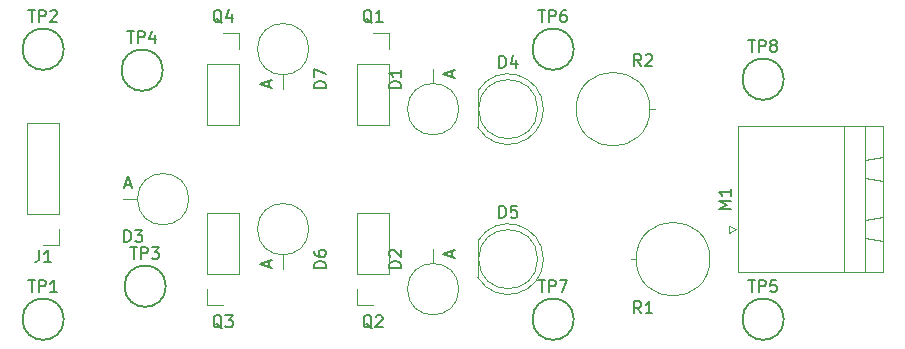
<source format=gbr>
%TF.GenerationSoftware,KiCad,Pcbnew,6.0.2+dfsg-1*%
%TF.CreationDate,2023-04-12T19:32:32+02:00*%
%TF.ProjectId,schema_H-brug,73636865-6d61-45f4-982d-627275672e6b,V1*%
%TF.SameCoordinates,Original*%
%TF.FileFunction,Legend,Top*%
%TF.FilePolarity,Positive*%
%FSLAX46Y46*%
G04 Gerber Fmt 4.6, Leading zero omitted, Abs format (unit mm)*
G04 Created by KiCad (PCBNEW 6.0.2+dfsg-1) date 2023-04-12 19:32:32*
%MOMM*%
%LPD*%
G01*
G04 APERTURE LIST*
%ADD10C,0.150000*%
%ADD11C,0.120000*%
G04 APERTURE END LIST*
D10*
%TO.C,TP3*%
X124214095Y-95508380D02*
X124785523Y-95508380D01*
X124499809Y-96508380D02*
X124499809Y-95508380D01*
X125118857Y-96508380D02*
X125118857Y-95508380D01*
X125499809Y-95508380D01*
X125595047Y-95556000D01*
X125642666Y-95603619D01*
X125690285Y-95698857D01*
X125690285Y-95841714D01*
X125642666Y-95936952D01*
X125595047Y-95984571D01*
X125499809Y-96032190D01*
X125118857Y-96032190D01*
X126023619Y-95508380D02*
X126642666Y-95508380D01*
X126309333Y-95889333D01*
X126452190Y-95889333D01*
X126547428Y-95936952D01*
X126595047Y-95984571D01*
X126642666Y-96079809D01*
X126642666Y-96317904D01*
X126595047Y-96413142D01*
X126547428Y-96460761D01*
X126452190Y-96508380D01*
X126166476Y-96508380D01*
X126071238Y-96460761D01*
X126023619Y-96413142D01*
%TO.C,TP8*%
X176538095Y-77982380D02*
X177109523Y-77982380D01*
X176823809Y-78982380D02*
X176823809Y-77982380D01*
X177442857Y-78982380D02*
X177442857Y-77982380D01*
X177823809Y-77982380D01*
X177919047Y-78030000D01*
X177966666Y-78077619D01*
X178014285Y-78172857D01*
X178014285Y-78315714D01*
X177966666Y-78410952D01*
X177919047Y-78458571D01*
X177823809Y-78506190D01*
X177442857Y-78506190D01*
X178585714Y-78410952D02*
X178490476Y-78363333D01*
X178442857Y-78315714D01*
X178395238Y-78220476D01*
X178395238Y-78172857D01*
X178442857Y-78077619D01*
X178490476Y-78030000D01*
X178585714Y-77982380D01*
X178776190Y-77982380D01*
X178871428Y-78030000D01*
X178919047Y-78077619D01*
X178966666Y-78172857D01*
X178966666Y-78220476D01*
X178919047Y-78315714D01*
X178871428Y-78363333D01*
X178776190Y-78410952D01*
X178585714Y-78410952D01*
X178490476Y-78458571D01*
X178442857Y-78506190D01*
X178395238Y-78601428D01*
X178395238Y-78791904D01*
X178442857Y-78887142D01*
X178490476Y-78934761D01*
X178585714Y-78982380D01*
X178776190Y-78982380D01*
X178871428Y-78934761D01*
X178919047Y-78887142D01*
X178966666Y-78791904D01*
X178966666Y-78601428D01*
X178919047Y-78506190D01*
X178871428Y-78458571D01*
X178776190Y-78410952D01*
%TO.C,TP7*%
X158758095Y-98302380D02*
X159329523Y-98302380D01*
X159043809Y-99302380D02*
X159043809Y-98302380D01*
X159662857Y-99302380D02*
X159662857Y-98302380D01*
X160043809Y-98302380D01*
X160139047Y-98350000D01*
X160186666Y-98397619D01*
X160234285Y-98492857D01*
X160234285Y-98635714D01*
X160186666Y-98730952D01*
X160139047Y-98778571D01*
X160043809Y-98826190D01*
X159662857Y-98826190D01*
X160567619Y-98302380D02*
X161234285Y-98302380D01*
X160805714Y-99302380D01*
%TO.C,TP6*%
X158758095Y-75442380D02*
X159329523Y-75442380D01*
X159043809Y-76442380D02*
X159043809Y-75442380D01*
X159662857Y-76442380D02*
X159662857Y-75442380D01*
X160043809Y-75442380D01*
X160139047Y-75490000D01*
X160186666Y-75537619D01*
X160234285Y-75632857D01*
X160234285Y-75775714D01*
X160186666Y-75870952D01*
X160139047Y-75918571D01*
X160043809Y-75966190D01*
X159662857Y-75966190D01*
X161091428Y-75442380D02*
X160900952Y-75442380D01*
X160805714Y-75490000D01*
X160758095Y-75537619D01*
X160662857Y-75680476D01*
X160615238Y-75870952D01*
X160615238Y-76251904D01*
X160662857Y-76347142D01*
X160710476Y-76394761D01*
X160805714Y-76442380D01*
X160996190Y-76442380D01*
X161091428Y-76394761D01*
X161139047Y-76347142D01*
X161186666Y-76251904D01*
X161186666Y-76013809D01*
X161139047Y-75918571D01*
X161091428Y-75870952D01*
X160996190Y-75823333D01*
X160805714Y-75823333D01*
X160710476Y-75870952D01*
X160662857Y-75918571D01*
X160615238Y-76013809D01*
%TO.C,TP5*%
X176538095Y-98302380D02*
X177109523Y-98302380D01*
X176823809Y-99302380D02*
X176823809Y-98302380D01*
X177442857Y-99302380D02*
X177442857Y-98302380D01*
X177823809Y-98302380D01*
X177919047Y-98350000D01*
X177966666Y-98397619D01*
X178014285Y-98492857D01*
X178014285Y-98635714D01*
X177966666Y-98730952D01*
X177919047Y-98778571D01*
X177823809Y-98826190D01*
X177442857Y-98826190D01*
X178919047Y-98302380D02*
X178442857Y-98302380D01*
X178395238Y-98778571D01*
X178442857Y-98730952D01*
X178538095Y-98683333D01*
X178776190Y-98683333D01*
X178871428Y-98730952D01*
X178919047Y-98778571D01*
X178966666Y-98873809D01*
X178966666Y-99111904D01*
X178919047Y-99207142D01*
X178871428Y-99254761D01*
X178776190Y-99302380D01*
X178538095Y-99302380D01*
X178442857Y-99254761D01*
X178395238Y-99207142D01*
%TO.C,TP4*%
X123960095Y-77220380D02*
X124531523Y-77220380D01*
X124245809Y-78220380D02*
X124245809Y-77220380D01*
X124864857Y-78220380D02*
X124864857Y-77220380D01*
X125245809Y-77220380D01*
X125341047Y-77268000D01*
X125388666Y-77315619D01*
X125436285Y-77410857D01*
X125436285Y-77553714D01*
X125388666Y-77648952D01*
X125341047Y-77696571D01*
X125245809Y-77744190D01*
X124864857Y-77744190D01*
X126293428Y-77553714D02*
X126293428Y-78220380D01*
X126055333Y-77172761D02*
X125817238Y-77887047D01*
X126436285Y-77887047D01*
%TO.C,TP2*%
X115578095Y-75442380D02*
X116149523Y-75442380D01*
X115863809Y-76442380D02*
X115863809Y-75442380D01*
X116482857Y-76442380D02*
X116482857Y-75442380D01*
X116863809Y-75442380D01*
X116959047Y-75490000D01*
X117006666Y-75537619D01*
X117054285Y-75632857D01*
X117054285Y-75775714D01*
X117006666Y-75870952D01*
X116959047Y-75918571D01*
X116863809Y-75966190D01*
X116482857Y-75966190D01*
X117435238Y-75537619D02*
X117482857Y-75490000D01*
X117578095Y-75442380D01*
X117816190Y-75442380D01*
X117911428Y-75490000D01*
X117959047Y-75537619D01*
X118006666Y-75632857D01*
X118006666Y-75728095D01*
X117959047Y-75870952D01*
X117387619Y-76442380D01*
X118006666Y-76442380D01*
%TO.C,TP1*%
X115578095Y-98302380D02*
X116149523Y-98302380D01*
X115863809Y-99302380D02*
X115863809Y-98302380D01*
X116482857Y-99302380D02*
X116482857Y-98302380D01*
X116863809Y-98302380D01*
X116959047Y-98350000D01*
X117006666Y-98397619D01*
X117054285Y-98492857D01*
X117054285Y-98635714D01*
X117006666Y-98730952D01*
X116959047Y-98778571D01*
X116863809Y-98826190D01*
X116482857Y-98826190D01*
X118006666Y-99302380D02*
X117435238Y-99302380D01*
X117720952Y-99302380D02*
X117720952Y-98302380D01*
X117625714Y-98445238D01*
X117530476Y-98540476D01*
X117435238Y-98588095D01*
%TO.C,R2*%
X167473333Y-80152380D02*
X167140000Y-79676190D01*
X166901904Y-80152380D02*
X166901904Y-79152380D01*
X167282857Y-79152380D01*
X167378095Y-79200000D01*
X167425714Y-79247619D01*
X167473333Y-79342857D01*
X167473333Y-79485714D01*
X167425714Y-79580952D01*
X167378095Y-79628571D01*
X167282857Y-79676190D01*
X166901904Y-79676190D01*
X167854285Y-79247619D02*
X167901904Y-79200000D01*
X167997142Y-79152380D01*
X168235238Y-79152380D01*
X168330476Y-79200000D01*
X168378095Y-79247619D01*
X168425714Y-79342857D01*
X168425714Y-79438095D01*
X168378095Y-79580952D01*
X167806666Y-80152380D01*
X168425714Y-80152380D01*
%TO.C,R1*%
X167473333Y-101092380D02*
X167140000Y-100616190D01*
X166901904Y-101092380D02*
X166901904Y-100092380D01*
X167282857Y-100092380D01*
X167378095Y-100140000D01*
X167425714Y-100187619D01*
X167473333Y-100282857D01*
X167473333Y-100425714D01*
X167425714Y-100520952D01*
X167378095Y-100568571D01*
X167282857Y-100616190D01*
X166901904Y-100616190D01*
X168425714Y-101092380D02*
X167854285Y-101092380D01*
X168140000Y-101092380D02*
X168140000Y-100092380D01*
X168044761Y-100235238D01*
X167949523Y-100330476D01*
X167854285Y-100378095D01*
%TO.C,Q4*%
X131984761Y-76517619D02*
X131889523Y-76470000D01*
X131794285Y-76374761D01*
X131651428Y-76231904D01*
X131556190Y-76184285D01*
X131460952Y-76184285D01*
X131508571Y-76422380D02*
X131413333Y-76374761D01*
X131318095Y-76279523D01*
X131270476Y-76089047D01*
X131270476Y-75755714D01*
X131318095Y-75565238D01*
X131413333Y-75470000D01*
X131508571Y-75422380D01*
X131699047Y-75422380D01*
X131794285Y-75470000D01*
X131889523Y-75565238D01*
X131937142Y-75755714D01*
X131937142Y-76089047D01*
X131889523Y-76279523D01*
X131794285Y-76374761D01*
X131699047Y-76422380D01*
X131508571Y-76422380D01*
X132794285Y-75755714D02*
X132794285Y-76422380D01*
X132556190Y-75374761D02*
X132318095Y-76089047D01*
X132937142Y-76089047D01*
%TO.C,Q3*%
X131984761Y-102377619D02*
X131889523Y-102330000D01*
X131794285Y-102234761D01*
X131651428Y-102091904D01*
X131556190Y-102044285D01*
X131460952Y-102044285D01*
X131508571Y-102282380D02*
X131413333Y-102234761D01*
X131318095Y-102139523D01*
X131270476Y-101949047D01*
X131270476Y-101615714D01*
X131318095Y-101425238D01*
X131413333Y-101330000D01*
X131508571Y-101282380D01*
X131699047Y-101282380D01*
X131794285Y-101330000D01*
X131889523Y-101425238D01*
X131937142Y-101615714D01*
X131937142Y-101949047D01*
X131889523Y-102139523D01*
X131794285Y-102234761D01*
X131699047Y-102282380D01*
X131508571Y-102282380D01*
X132270476Y-101282380D02*
X132889523Y-101282380D01*
X132556190Y-101663333D01*
X132699047Y-101663333D01*
X132794285Y-101710952D01*
X132841904Y-101758571D01*
X132889523Y-101853809D01*
X132889523Y-102091904D01*
X132841904Y-102187142D01*
X132794285Y-102234761D01*
X132699047Y-102282380D01*
X132413333Y-102282380D01*
X132318095Y-102234761D01*
X132270476Y-102187142D01*
%TO.C,Q2*%
X144684761Y-102377619D02*
X144589523Y-102330000D01*
X144494285Y-102234761D01*
X144351428Y-102091904D01*
X144256190Y-102044285D01*
X144160952Y-102044285D01*
X144208571Y-102282380D02*
X144113333Y-102234761D01*
X144018095Y-102139523D01*
X143970476Y-101949047D01*
X143970476Y-101615714D01*
X144018095Y-101425238D01*
X144113333Y-101330000D01*
X144208571Y-101282380D01*
X144399047Y-101282380D01*
X144494285Y-101330000D01*
X144589523Y-101425238D01*
X144637142Y-101615714D01*
X144637142Y-101949047D01*
X144589523Y-102139523D01*
X144494285Y-102234761D01*
X144399047Y-102282380D01*
X144208571Y-102282380D01*
X145018095Y-101377619D02*
X145065714Y-101330000D01*
X145160952Y-101282380D01*
X145399047Y-101282380D01*
X145494285Y-101330000D01*
X145541904Y-101377619D01*
X145589523Y-101472857D01*
X145589523Y-101568095D01*
X145541904Y-101710952D01*
X144970476Y-102282380D01*
X145589523Y-102282380D01*
%TO.C,Q1*%
X144684761Y-76517619D02*
X144589523Y-76470000D01*
X144494285Y-76374761D01*
X144351428Y-76231904D01*
X144256190Y-76184285D01*
X144160952Y-76184285D01*
X144208571Y-76422380D02*
X144113333Y-76374761D01*
X144018095Y-76279523D01*
X143970476Y-76089047D01*
X143970476Y-75755714D01*
X144018095Y-75565238D01*
X144113333Y-75470000D01*
X144208571Y-75422380D01*
X144399047Y-75422380D01*
X144494285Y-75470000D01*
X144589523Y-75565238D01*
X144637142Y-75755714D01*
X144637142Y-76089047D01*
X144589523Y-76279523D01*
X144494285Y-76374761D01*
X144399047Y-76422380D01*
X144208571Y-76422380D01*
X145589523Y-76422380D02*
X145018095Y-76422380D01*
X145303809Y-76422380D02*
X145303809Y-75422380D01*
X145208571Y-75565238D01*
X145113333Y-75660476D01*
X145018095Y-75708095D01*
%TO.C,M1*%
X175052380Y-92249523D02*
X174052380Y-92249523D01*
X174766666Y-91916190D01*
X174052380Y-91582857D01*
X175052380Y-91582857D01*
X175052380Y-90582857D02*
X175052380Y-91154285D01*
X175052380Y-90868571D02*
X174052380Y-90868571D01*
X174195238Y-90963809D01*
X174290476Y-91059047D01*
X174338095Y-91154285D01*
%TO.C,J1*%
X116506666Y-95762380D02*
X116506666Y-96476666D01*
X116459047Y-96619523D01*
X116363809Y-96714761D01*
X116220952Y-96762380D01*
X116125714Y-96762380D01*
X117506666Y-96762380D02*
X116935238Y-96762380D01*
X117220952Y-96762380D02*
X117220952Y-95762380D01*
X117125714Y-95905238D01*
X117030476Y-96000476D01*
X116935238Y-96048095D01*
%TO.C,D7*%
X140787279Y-82018095D02*
X139787279Y-82018095D01*
X139787279Y-81780000D01*
X139834899Y-81637142D01*
X139930137Y-81541904D01*
X140025375Y-81494285D01*
X140215851Y-81446666D01*
X140358708Y-81446666D01*
X140549184Y-81494285D01*
X140644422Y-81541904D01*
X140739660Y-81637142D01*
X140787279Y-81780000D01*
X140787279Y-82018095D01*
X139787279Y-81113333D02*
X139787279Y-80446666D01*
X140787279Y-80875238D01*
X135926666Y-81958095D02*
X135926666Y-81481904D01*
X136212380Y-82053333D02*
X135212380Y-81720000D01*
X136212380Y-81386666D01*
%TO.C,D6*%
X140787279Y-97258095D02*
X139787279Y-97258095D01*
X139787279Y-97020000D01*
X139834899Y-96877142D01*
X139930137Y-96781904D01*
X140025375Y-96734285D01*
X140215851Y-96686666D01*
X140358708Y-96686666D01*
X140549184Y-96734285D01*
X140644422Y-96781904D01*
X140739660Y-96877142D01*
X140787279Y-97020000D01*
X140787279Y-97258095D01*
X139787279Y-95829523D02*
X139787279Y-96020000D01*
X139834899Y-96115238D01*
X139882518Y-96162857D01*
X140025375Y-96258095D01*
X140215851Y-96305714D01*
X140596803Y-96305714D01*
X140692041Y-96258095D01*
X140739660Y-96210476D01*
X140787279Y-96115238D01*
X140787279Y-95924761D01*
X140739660Y-95829523D01*
X140692041Y-95781904D01*
X140596803Y-95734285D01*
X140358708Y-95734285D01*
X140263470Y-95781904D01*
X140215851Y-95829523D01*
X140168232Y-95924761D01*
X140168232Y-96115238D01*
X140215851Y-96210476D01*
X140263470Y-96258095D01*
X140358708Y-96305714D01*
X135926666Y-97198095D02*
X135926666Y-96721904D01*
X136212380Y-97293333D02*
X135212380Y-96960000D01*
X136212380Y-96626666D01*
%TO.C,D5*%
X155471904Y-93012380D02*
X155471904Y-92012380D01*
X155710000Y-92012380D01*
X155852857Y-92060000D01*
X155948095Y-92155238D01*
X155995714Y-92250476D01*
X156043333Y-92440952D01*
X156043333Y-92583809D01*
X155995714Y-92774285D01*
X155948095Y-92869523D01*
X155852857Y-92964761D01*
X155710000Y-93012380D01*
X155471904Y-93012380D01*
X156948095Y-92012380D02*
X156471904Y-92012380D01*
X156424285Y-92488571D01*
X156471904Y-92440952D01*
X156567142Y-92393333D01*
X156805238Y-92393333D01*
X156900476Y-92440952D01*
X156948095Y-92488571D01*
X156995714Y-92583809D01*
X156995714Y-92821904D01*
X156948095Y-92917142D01*
X156900476Y-92964761D01*
X156805238Y-93012380D01*
X156567142Y-93012380D01*
X156471904Y-92964761D01*
X156424285Y-92917142D01*
%TO.C,D4*%
X155471904Y-80312380D02*
X155471904Y-79312380D01*
X155710000Y-79312380D01*
X155852857Y-79360000D01*
X155948095Y-79455238D01*
X155995714Y-79550476D01*
X156043333Y-79740952D01*
X156043333Y-79883809D01*
X155995714Y-80074285D01*
X155948095Y-80169523D01*
X155852857Y-80264761D01*
X155710000Y-80312380D01*
X155471904Y-80312380D01*
X156900476Y-79645714D02*
X156900476Y-80312380D01*
X156662380Y-79264761D02*
X156424285Y-79979047D01*
X157043333Y-79979047D01*
%TO.C,D3*%
X123721904Y-95067279D02*
X123721904Y-94067279D01*
X123960000Y-94067279D01*
X124102857Y-94114899D01*
X124198095Y-94210137D01*
X124245714Y-94305375D01*
X124293333Y-94495851D01*
X124293333Y-94638708D01*
X124245714Y-94829184D01*
X124198095Y-94924422D01*
X124102857Y-95019660D01*
X123960000Y-95067279D01*
X123721904Y-95067279D01*
X124626666Y-94067279D02*
X125245714Y-94067279D01*
X124912380Y-94448232D01*
X125055238Y-94448232D01*
X125150476Y-94495851D01*
X125198095Y-94543470D01*
X125245714Y-94638708D01*
X125245714Y-94876803D01*
X125198095Y-94972041D01*
X125150476Y-95019660D01*
X125055238Y-95067279D01*
X124769523Y-95067279D01*
X124674285Y-95019660D01*
X124626666Y-94972041D01*
X123781904Y-90206666D02*
X124258095Y-90206666D01*
X123686666Y-90492380D02*
X124020000Y-89492380D01*
X124353333Y-90492380D01*
%TO.C,D2*%
X147137481Y-97258095D02*
X146137481Y-97258095D01*
X146137481Y-97020000D01*
X146185101Y-96877142D01*
X146280339Y-96781904D01*
X146375577Y-96734285D01*
X146566053Y-96686666D01*
X146708910Y-96686666D01*
X146899386Y-96734285D01*
X146994624Y-96781904D01*
X147089862Y-96877142D01*
X147137481Y-97020000D01*
X147137481Y-97258095D01*
X146232720Y-96305714D02*
X146185101Y-96258095D01*
X146137481Y-96162857D01*
X146137481Y-95924761D01*
X146185101Y-95829523D01*
X146232720Y-95781904D01*
X146327958Y-95734285D01*
X146423196Y-95734285D01*
X146566053Y-95781904D01*
X147137481Y-96353333D01*
X147137481Y-95734285D01*
X151426666Y-96318095D02*
X151426666Y-95841904D01*
X151712380Y-96413333D02*
X150712380Y-96080000D01*
X151712380Y-95746666D01*
%TO.C,D1*%
X147137481Y-82018095D02*
X146137481Y-82018095D01*
X146137481Y-81780000D01*
X146185101Y-81637142D01*
X146280339Y-81541904D01*
X146375577Y-81494285D01*
X146566053Y-81446666D01*
X146708910Y-81446666D01*
X146899386Y-81494285D01*
X146994624Y-81541904D01*
X147089862Y-81637142D01*
X147137481Y-81780000D01*
X147137481Y-82018095D01*
X147137481Y-80494285D02*
X147137481Y-81065714D01*
X147137481Y-80780000D02*
X146137481Y-80780000D01*
X146280339Y-80875238D01*
X146375577Y-80970476D01*
X146423196Y-81065714D01*
X151426666Y-81078095D02*
X151426666Y-80601904D01*
X151712380Y-81173333D02*
X150712380Y-80840000D01*
X151712380Y-80506666D01*
%TO.C,TP3*%
X127226000Y-98806000D02*
G75*
G03*
X127226000Y-98806000I-1750000J0D01*
G01*
%TO.C,TP8*%
X179550000Y-81280000D02*
G75*
G03*
X179550000Y-81280000I-1750000J0D01*
G01*
%TO.C,TP7*%
X161770000Y-101600000D02*
G75*
G03*
X161770000Y-101600000I-1750000J0D01*
G01*
%TO.C,TP6*%
X161770000Y-78740000D02*
G75*
G03*
X161770000Y-78740000I-1750000J0D01*
G01*
%TO.C,TP5*%
X179550000Y-101600000D02*
G75*
G03*
X179550000Y-101600000I-1750000J0D01*
G01*
%TO.C,TP4*%
X126972000Y-80518000D02*
G75*
G03*
X126972000Y-80518000I-1750000J0D01*
G01*
%TO.C,TP2*%
X118590000Y-78740000D02*
G75*
G03*
X118590000Y-78740000I-1750000J0D01*
G01*
%TO.C,TP1*%
X118590000Y-101600000D02*
G75*
G03*
X118590000Y-101600000I-1750000J0D01*
G01*
D11*
%TO.C,R2*%
X168220000Y-83820000D02*
X168680000Y-83820000D01*
X168220000Y-83820000D02*
G75*
G03*
X168220000Y-83820000I-3120000J0D01*
G01*
%TO.C,R1*%
X167060000Y-96520000D02*
X166600000Y-96520000D01*
X173300000Y-96520000D02*
G75*
G03*
X173300000Y-96520000I-3120000J0D01*
G01*
%TO.C,Q4*%
X132080000Y-77410000D02*
X133410000Y-77410000D01*
X133410000Y-80010000D02*
X133410000Y-85150000D01*
X130750000Y-80010000D02*
X130750000Y-85150000D01*
X130750000Y-80010000D02*
X133410000Y-80010000D01*
X133410000Y-77410000D02*
X133410000Y-78740000D01*
X130750000Y-85150000D02*
X133410000Y-85150000D01*
%TO.C,Q3*%
X132080000Y-100390000D02*
X130750000Y-100390000D01*
X130750000Y-97790000D02*
X130750000Y-92650000D01*
X133410000Y-97790000D02*
X133410000Y-92650000D01*
X133410000Y-97790000D02*
X130750000Y-97790000D01*
X130750000Y-100390000D02*
X130750000Y-99060000D01*
X133410000Y-92650000D02*
X130750000Y-92650000D01*
%TO.C,Q2*%
X144780000Y-100390000D02*
X143450000Y-100390000D01*
X143450000Y-97790000D02*
X143450000Y-92650000D01*
X146110000Y-97790000D02*
X146110000Y-92650000D01*
X146110000Y-97790000D02*
X143450000Y-97790000D01*
X143450000Y-100390000D02*
X143450000Y-99060000D01*
X146110000Y-92650000D02*
X143450000Y-92650000D01*
%TO.C,Q1*%
X143450000Y-85150000D02*
X146110000Y-85150000D01*
X146110000Y-77410000D02*
X146110000Y-78740000D01*
X143450000Y-80010000D02*
X146110000Y-80010000D01*
X143450000Y-80010000D02*
X143450000Y-85150000D01*
X146110000Y-80010000D02*
X146110000Y-85150000D01*
X144780000Y-77410000D02*
X146110000Y-77410000D01*
%TO.C,M1*%
X174890000Y-93680000D02*
X175490000Y-93980000D01*
X187910000Y-97630000D02*
X187910000Y-85250000D01*
X187910000Y-92980000D02*
X186410000Y-93230000D01*
X186410000Y-93230000D02*
X186410000Y-94730000D01*
X184610000Y-85250000D02*
X186410000Y-85250000D01*
X174890000Y-94280000D02*
X174890000Y-93680000D01*
X175690000Y-97630000D02*
X187910000Y-97630000D01*
X186410000Y-89650000D02*
X187910000Y-89900000D01*
X175490000Y-93980000D02*
X174890000Y-94280000D01*
X186410000Y-97630000D02*
X184610000Y-97630000D01*
X187910000Y-85250000D02*
X175690000Y-85250000D01*
X186410000Y-94730000D02*
X187910000Y-94980000D01*
X187910000Y-89900000D02*
X187910000Y-87900000D01*
X175690000Y-85250000D02*
X175690000Y-97630000D01*
X186410000Y-85250000D02*
X186410000Y-97630000D01*
X186410000Y-88150000D02*
X186410000Y-89650000D01*
X187910000Y-94980000D02*
X187910000Y-92980000D01*
X184610000Y-97630000D02*
X184610000Y-85250000D01*
X187910000Y-87900000D02*
X186410000Y-88150000D01*
%TO.C,J1*%
X115510000Y-92710000D02*
X115510000Y-85030000D01*
X118170000Y-93980000D02*
X118170000Y-95310000D01*
X118170000Y-85030000D02*
X115510000Y-85030000D01*
X118170000Y-92710000D02*
X115510000Y-92710000D01*
X118170000Y-95310000D02*
X116840000Y-95310000D01*
X118170000Y-92710000D02*
X118170000Y-85030000D01*
%TO.C,D7*%
X137160000Y-80914899D02*
X137160000Y-82120000D01*
X139334899Y-78740000D02*
G75*
G03*
X139334899Y-78740000I-2174899J0D01*
G01*
%TO.C,D6*%
X137160000Y-96154899D02*
X137160000Y-97360000D01*
X139334899Y-93980000D02*
G75*
G03*
X139334899Y-93980000I-2174899J0D01*
G01*
%TO.C,D5*%
X153650000Y-94975000D02*
X153650000Y-98065000D01*
X153650000Y-98064830D02*
G75*
G03*
X159200000Y-96519538I2560000J1544830D01*
G01*
X159200000Y-96520462D02*
G75*
G03*
X153650000Y-94975170I-2990000J462D01*
G01*
X158710000Y-96520000D02*
G75*
G03*
X158710000Y-96520000I-2500000J0D01*
G01*
%TO.C,D4*%
X153650000Y-82275000D02*
X153650000Y-85365000D01*
X153650000Y-85364830D02*
G75*
G03*
X159200000Y-83819538I2560000J1544830D01*
G01*
X159200000Y-83820462D02*
G75*
G03*
X153650000Y-82275170I-2990000J462D01*
G01*
X158710000Y-83820000D02*
G75*
G03*
X158710000Y-83820000I-2500000J0D01*
G01*
%TO.C,D3*%
X124825101Y-91440000D02*
X123620000Y-91440000D01*
X129174899Y-91440000D02*
G75*
G03*
X129174899Y-91440000I-2174899J0D01*
G01*
%TO.C,D2*%
X149860000Y-96885101D02*
X149860000Y-95680000D01*
X152034899Y-99060000D02*
G75*
G03*
X152034899Y-99060000I-2174899J0D01*
G01*
%TO.C,D1*%
X149860000Y-81645101D02*
X149860000Y-80440000D01*
X152034899Y-83820000D02*
G75*
G03*
X152034899Y-83820000I-2174899J0D01*
G01*
%TD*%
M02*

</source>
